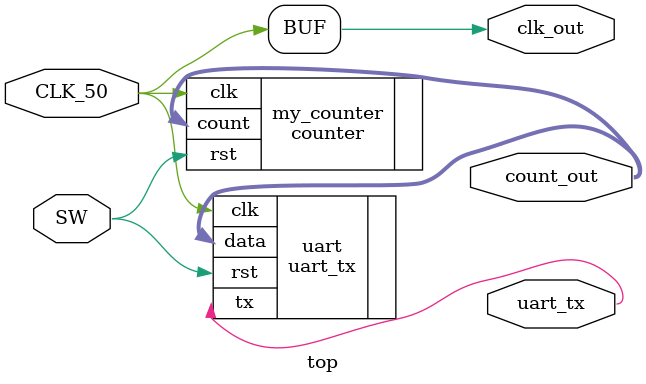
<source format=v>
module top (
    input CLK_50,
    input [0:0] SW,
    output [15:0] count_out,
    output clk_out,
    output uart_tx
);

    counter my_counter (
        .clk(CLK_50),
        .rst(SW),
        .count(count_out)
    );

    uart_tx uart (
        .clk(CLK_50),
        .rst(SW),
        .data(count_out[15:0]),
        .tx(uart_tx)
    );

    assign clk_out = CLK_50;
endmodule
</source>
